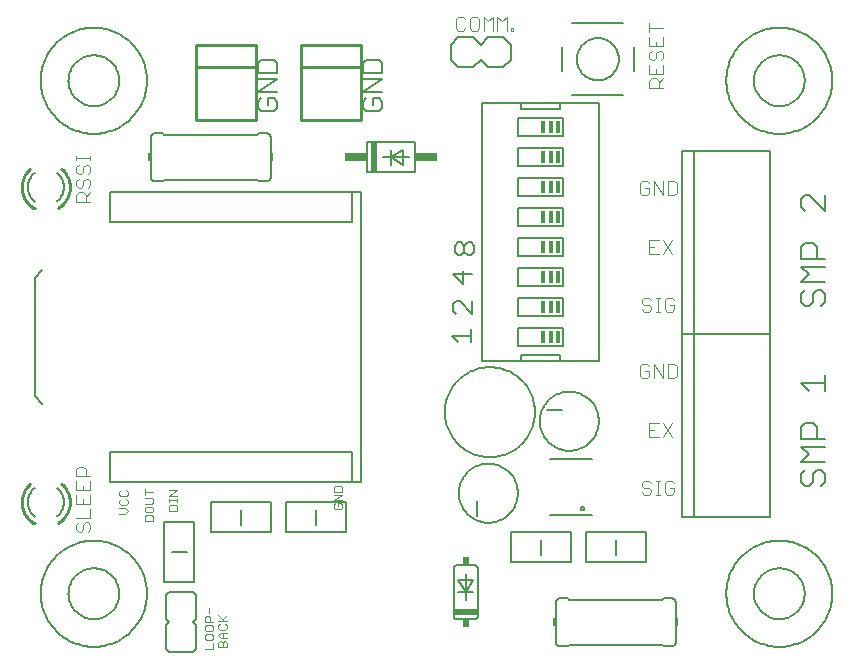
<source format=gto>
G75*
G70*
%OFA0B0*%
%FSLAX24Y24*%
%IPPOS*%
%LPD*%
%AMOC8*
5,1,8,0,0,1.08239X$1,22.5*
%
%ADD10C,0.0060*%
%ADD11C,0.0040*%
%ADD12C,0.0030*%
%ADD13C,0.0070*%
%ADD14C,0.0080*%
%ADD15R,0.0800X0.0200*%
%ADD16R,0.0200X0.0250*%
%ADD17C,0.0100*%
%ADD18R,0.0110X0.0300*%
%ADD19R,0.0200X0.1000*%
%ADD20R,0.0750X0.0300*%
%ADD21C,0.0050*%
%ADD22R,0.0150X0.0400*%
D10*
X001855Y002551D02*
X001857Y002609D01*
X001863Y002666D01*
X001873Y002723D01*
X001886Y002779D01*
X001904Y002834D01*
X001925Y002888D01*
X001950Y002940D01*
X001978Y002991D01*
X002010Y003039D01*
X002045Y003085D01*
X002083Y003128D01*
X002124Y003169D01*
X002167Y003207D01*
X002213Y003242D01*
X002261Y003274D01*
X002312Y003302D01*
X002364Y003327D01*
X002418Y003348D01*
X002473Y003366D01*
X002529Y003379D01*
X002586Y003389D01*
X002643Y003395D01*
X002701Y003397D01*
X002759Y003395D01*
X002816Y003389D01*
X002873Y003379D01*
X002929Y003366D01*
X002984Y003348D01*
X003038Y003327D01*
X003090Y003302D01*
X003141Y003274D01*
X003189Y003242D01*
X003235Y003207D01*
X003278Y003169D01*
X003319Y003128D01*
X003357Y003085D01*
X003392Y003039D01*
X003424Y002991D01*
X003452Y002940D01*
X003477Y002888D01*
X003498Y002834D01*
X003516Y002779D01*
X003529Y002723D01*
X003539Y002666D01*
X003545Y002609D01*
X003547Y002551D01*
X003545Y002493D01*
X003539Y002436D01*
X003529Y002379D01*
X003516Y002323D01*
X003498Y002268D01*
X003477Y002214D01*
X003452Y002162D01*
X003424Y002111D01*
X003392Y002063D01*
X003357Y002017D01*
X003319Y001974D01*
X003278Y001933D01*
X003235Y001895D01*
X003189Y001860D01*
X003141Y001828D01*
X003090Y001800D01*
X003038Y001775D01*
X002984Y001754D01*
X002929Y001736D01*
X002873Y001723D01*
X002816Y001713D01*
X002759Y001707D01*
X002701Y001705D01*
X002643Y001707D01*
X002586Y001713D01*
X002529Y001723D01*
X002473Y001736D01*
X002418Y001754D01*
X002364Y001775D01*
X002312Y001800D01*
X002261Y001828D01*
X002213Y001860D01*
X002167Y001895D01*
X002124Y001933D01*
X002083Y001974D01*
X002045Y002017D01*
X002010Y002063D01*
X001978Y002111D01*
X001950Y002162D01*
X001925Y002214D01*
X001904Y002268D01*
X001886Y002323D01*
X001873Y002379D01*
X001863Y002436D01*
X001857Y002493D01*
X001855Y002551D01*
X000931Y002551D02*
X000933Y002638D01*
X000940Y002724D01*
X000950Y002811D01*
X000965Y002896D01*
X000984Y002981D01*
X001007Y003065D01*
X001034Y003147D01*
X001066Y003228D01*
X001101Y003308D01*
X001140Y003385D01*
X001183Y003461D01*
X001229Y003534D01*
X001279Y003605D01*
X001333Y003674D01*
X001390Y003740D01*
X001449Y003803D01*
X001512Y003862D01*
X001578Y003919D01*
X001647Y003973D01*
X001718Y004023D01*
X001791Y004069D01*
X001867Y004112D01*
X001944Y004151D01*
X002024Y004186D01*
X002105Y004218D01*
X002187Y004245D01*
X002271Y004268D01*
X002356Y004287D01*
X002441Y004302D01*
X002528Y004312D01*
X002614Y004319D01*
X002701Y004321D01*
X002788Y004319D01*
X002874Y004312D01*
X002961Y004302D01*
X003046Y004287D01*
X003131Y004268D01*
X003215Y004245D01*
X003297Y004218D01*
X003378Y004186D01*
X003458Y004151D01*
X003535Y004112D01*
X003611Y004069D01*
X003684Y004023D01*
X003755Y003973D01*
X003824Y003919D01*
X003890Y003862D01*
X003953Y003803D01*
X004012Y003740D01*
X004069Y003674D01*
X004123Y003605D01*
X004173Y003534D01*
X004219Y003461D01*
X004262Y003385D01*
X004301Y003308D01*
X004336Y003228D01*
X004368Y003147D01*
X004395Y003065D01*
X004418Y002981D01*
X004437Y002896D01*
X004452Y002811D01*
X004462Y002724D01*
X004469Y002638D01*
X004471Y002551D01*
X004469Y002464D01*
X004462Y002378D01*
X004452Y002291D01*
X004437Y002206D01*
X004418Y002121D01*
X004395Y002037D01*
X004368Y001955D01*
X004336Y001874D01*
X004301Y001794D01*
X004262Y001717D01*
X004219Y001641D01*
X004173Y001568D01*
X004123Y001497D01*
X004069Y001428D01*
X004012Y001362D01*
X003953Y001299D01*
X003890Y001240D01*
X003824Y001183D01*
X003755Y001129D01*
X003684Y001079D01*
X003611Y001033D01*
X003535Y000990D01*
X003458Y000951D01*
X003378Y000916D01*
X003297Y000884D01*
X003215Y000857D01*
X003131Y000834D01*
X003046Y000815D01*
X002961Y000800D01*
X002874Y000790D01*
X002788Y000783D01*
X002701Y000781D01*
X002614Y000783D01*
X002528Y000790D01*
X002441Y000800D01*
X002356Y000815D01*
X002271Y000834D01*
X002187Y000857D01*
X002105Y000884D01*
X002024Y000916D01*
X001944Y000951D01*
X001867Y000990D01*
X001791Y001033D01*
X001718Y001079D01*
X001647Y001129D01*
X001578Y001183D01*
X001512Y001240D01*
X001449Y001299D01*
X001390Y001362D01*
X001333Y001428D01*
X001279Y001497D01*
X001229Y001568D01*
X001183Y001641D01*
X001140Y001717D01*
X001101Y001794D01*
X001066Y001874D01*
X001034Y001955D01*
X001007Y002037D01*
X000984Y002121D01*
X000965Y002206D01*
X000950Y002291D01*
X000940Y002378D01*
X000933Y002464D01*
X000931Y002551D01*
X001469Y005127D02*
X001504Y005157D01*
X001537Y005188D01*
X001567Y005223D01*
X001594Y005259D01*
X001618Y005297D01*
X001640Y005337D01*
X001658Y005379D01*
X001674Y005422D01*
X001686Y005466D01*
X001694Y005510D01*
X001699Y005556D01*
X001701Y005601D01*
X001699Y005646D01*
X001694Y005692D01*
X001686Y005736D01*
X001674Y005780D01*
X001658Y005823D01*
X001640Y005865D01*
X001618Y005905D01*
X001594Y005943D01*
X001567Y005979D01*
X001537Y006014D01*
X001504Y006045D01*
X001469Y006075D01*
X000501Y005601D02*
X000503Y005555D01*
X000508Y005509D01*
X000517Y005463D01*
X000529Y005418D01*
X000545Y005375D01*
X000564Y005333D01*
X000587Y005292D01*
X000612Y005253D01*
X000640Y005217D01*
X000671Y005182D01*
X000705Y005150D01*
X000741Y005121D01*
X000501Y005601D02*
X000503Y005648D01*
X000509Y005696D01*
X000518Y005742D01*
X000531Y005788D01*
X000547Y005832D01*
X000567Y005876D01*
X000591Y005917D01*
X000617Y005956D01*
X000647Y005993D01*
X000680Y006028D01*
X000715Y006060D01*
X000752Y006089D01*
X005101Y002501D02*
X005101Y001701D01*
X005201Y001601D01*
X005101Y001501D01*
X005101Y000701D01*
X005201Y000601D01*
X006001Y000601D01*
X006101Y000701D01*
X006101Y001501D01*
X006001Y001601D01*
X006101Y001701D01*
X006101Y002501D01*
X006001Y002601D01*
X005201Y002601D01*
X005101Y002501D01*
X014701Y001801D02*
X014701Y003401D01*
X014703Y003418D01*
X014707Y003435D01*
X014714Y003451D01*
X014724Y003465D01*
X014737Y003478D01*
X014751Y003488D01*
X014767Y003495D01*
X014784Y003499D01*
X014801Y003501D01*
X015401Y003501D01*
X015418Y003499D01*
X015435Y003495D01*
X015451Y003488D01*
X015465Y003478D01*
X015478Y003465D01*
X015488Y003451D01*
X015495Y003435D01*
X015499Y003418D01*
X015501Y003401D01*
X015501Y001801D01*
X015499Y001784D01*
X015495Y001767D01*
X015488Y001751D01*
X015478Y001737D01*
X015465Y001724D01*
X015451Y001714D01*
X015435Y001707D01*
X015418Y001703D01*
X015401Y001701D01*
X014801Y001701D01*
X014784Y001703D01*
X014767Y001707D01*
X014751Y001714D01*
X014737Y001724D01*
X014724Y001737D01*
X014714Y001751D01*
X014707Y001767D01*
X014703Y001784D01*
X014701Y001801D01*
X015101Y002351D02*
X015101Y002601D01*
X015351Y002601D01*
X015101Y002601D02*
X014851Y002601D01*
X015101Y002601D02*
X014851Y003001D01*
X015351Y003001D01*
X015101Y002601D01*
X015101Y003201D01*
X018101Y002251D02*
X018101Y000951D01*
X018103Y000928D01*
X018108Y000905D01*
X018117Y000883D01*
X018130Y000863D01*
X018145Y000845D01*
X018163Y000830D01*
X018183Y000817D01*
X018205Y000808D01*
X018228Y000803D01*
X018251Y000801D01*
X018501Y000801D01*
X018551Y000851D01*
X021651Y000851D01*
X021701Y000801D01*
X021951Y000801D01*
X021974Y000803D01*
X021997Y000808D01*
X022019Y000817D01*
X022039Y000830D01*
X022057Y000845D01*
X022072Y000863D01*
X022085Y000883D01*
X022094Y000905D01*
X022099Y000928D01*
X022101Y000951D01*
X022101Y002251D01*
X022099Y002274D01*
X022094Y002297D01*
X022085Y002319D01*
X022072Y002339D01*
X022057Y002357D01*
X022039Y002372D01*
X022019Y002385D01*
X021997Y002394D01*
X021974Y002399D01*
X021951Y002401D01*
X021701Y002401D01*
X021651Y002351D01*
X018551Y002351D01*
X018501Y002401D01*
X018251Y002401D01*
X018228Y002399D01*
X018205Y002394D01*
X018183Y002385D01*
X018163Y002372D01*
X018145Y002357D01*
X018130Y002339D01*
X018117Y002319D01*
X018108Y002297D01*
X018103Y002274D01*
X018101Y002251D01*
X017891Y005171D02*
X019311Y005171D01*
X019311Y007031D02*
X017891Y007031D01*
X015271Y010931D02*
X015271Y011358D01*
X015271Y011144D02*
X014630Y011144D01*
X014844Y010931D01*
X014787Y011881D02*
X014680Y011988D01*
X014680Y012201D01*
X014787Y012308D01*
X014894Y012308D01*
X015321Y011881D01*
X015321Y012308D01*
X015001Y012881D02*
X015001Y013308D01*
X015321Y013201D02*
X014680Y013201D01*
X015001Y012881D01*
X014944Y013831D02*
X014837Y013831D01*
X014730Y013938D01*
X014730Y014151D01*
X014837Y014258D01*
X014944Y014258D01*
X015051Y014151D01*
X015051Y013938D01*
X014944Y013831D01*
X015051Y013938D02*
X015157Y013831D01*
X015264Y013831D01*
X015371Y013938D01*
X015371Y014151D01*
X015264Y014258D01*
X015157Y014258D01*
X015051Y014151D01*
X013401Y016601D02*
X013401Y017601D01*
X011801Y017601D01*
X011801Y016601D01*
X013401Y016601D01*
X013001Y016851D02*
X012601Y017101D01*
X012601Y016851D01*
X012601Y017101D02*
X012351Y017101D01*
X012601Y017101D02*
X012601Y017351D01*
X012601Y017101D02*
X013001Y017351D01*
X013001Y016851D01*
X013201Y017101D02*
X012601Y017101D01*
X012214Y018631D02*
X011787Y018631D01*
X011680Y018738D01*
X011680Y018951D01*
X011787Y019058D01*
X012001Y019058D02*
X012001Y018844D01*
X012001Y019058D02*
X012214Y019058D01*
X012321Y018951D01*
X012321Y018738D01*
X012214Y018631D01*
X012321Y019275D02*
X011680Y019275D01*
X012321Y019702D01*
X011680Y019702D01*
X011680Y019920D02*
X011680Y020240D01*
X011787Y020347D01*
X012214Y020347D01*
X012321Y020240D01*
X012321Y019920D01*
X011680Y019920D01*
X008821Y019920D02*
X008821Y020240D01*
X008714Y020347D01*
X008287Y020347D01*
X008180Y020240D01*
X008180Y019920D01*
X008821Y019920D01*
X008821Y019702D02*
X008180Y019702D01*
X008180Y019275D02*
X008821Y019702D01*
X008821Y019275D02*
X008180Y019275D01*
X008287Y019058D02*
X008180Y018951D01*
X008180Y018738D01*
X008287Y018631D01*
X008714Y018631D01*
X008821Y018738D01*
X008821Y018951D01*
X008714Y019058D01*
X008501Y019058D01*
X008501Y018844D01*
X008451Y017901D02*
X008201Y017901D01*
X008151Y017851D01*
X005051Y017851D01*
X005001Y017901D01*
X004751Y017901D01*
X004728Y017899D01*
X004705Y017894D01*
X004683Y017885D01*
X004663Y017872D01*
X004645Y017857D01*
X004630Y017839D01*
X004617Y017819D01*
X004608Y017797D01*
X004603Y017774D01*
X004601Y017751D01*
X004601Y016451D01*
X004603Y016428D01*
X004608Y016405D01*
X004617Y016383D01*
X004630Y016363D01*
X004645Y016345D01*
X004663Y016330D01*
X004683Y016317D01*
X004705Y016308D01*
X004728Y016303D01*
X004751Y016301D01*
X005001Y016301D01*
X005051Y016351D01*
X008151Y016351D01*
X008201Y016301D01*
X008451Y016301D01*
X008474Y016303D01*
X008497Y016308D01*
X008519Y016317D01*
X008539Y016330D01*
X008557Y016345D01*
X008572Y016363D01*
X008585Y016383D01*
X008594Y016405D01*
X008599Y016428D01*
X008601Y016451D01*
X008601Y017751D01*
X008599Y017774D01*
X008594Y017797D01*
X008585Y017819D01*
X008572Y017839D01*
X008557Y017857D01*
X008539Y017872D01*
X008519Y017885D01*
X008497Y017894D01*
X008474Y017899D01*
X008451Y017901D01*
X001855Y019651D02*
X001857Y019709D01*
X001863Y019766D01*
X001873Y019823D01*
X001886Y019879D01*
X001904Y019934D01*
X001925Y019988D01*
X001950Y020040D01*
X001978Y020091D01*
X002010Y020139D01*
X002045Y020185D01*
X002083Y020228D01*
X002124Y020269D01*
X002167Y020307D01*
X002213Y020342D01*
X002261Y020374D01*
X002312Y020402D01*
X002364Y020427D01*
X002418Y020448D01*
X002473Y020466D01*
X002529Y020479D01*
X002586Y020489D01*
X002643Y020495D01*
X002701Y020497D01*
X002759Y020495D01*
X002816Y020489D01*
X002873Y020479D01*
X002929Y020466D01*
X002984Y020448D01*
X003038Y020427D01*
X003090Y020402D01*
X003141Y020374D01*
X003189Y020342D01*
X003235Y020307D01*
X003278Y020269D01*
X003319Y020228D01*
X003357Y020185D01*
X003392Y020139D01*
X003424Y020091D01*
X003452Y020040D01*
X003477Y019988D01*
X003498Y019934D01*
X003516Y019879D01*
X003529Y019823D01*
X003539Y019766D01*
X003545Y019709D01*
X003547Y019651D01*
X003545Y019593D01*
X003539Y019536D01*
X003529Y019479D01*
X003516Y019423D01*
X003498Y019368D01*
X003477Y019314D01*
X003452Y019262D01*
X003424Y019211D01*
X003392Y019163D01*
X003357Y019117D01*
X003319Y019074D01*
X003278Y019033D01*
X003235Y018995D01*
X003189Y018960D01*
X003141Y018928D01*
X003090Y018900D01*
X003038Y018875D01*
X002984Y018854D01*
X002929Y018836D01*
X002873Y018823D01*
X002816Y018813D01*
X002759Y018807D01*
X002701Y018805D01*
X002643Y018807D01*
X002586Y018813D01*
X002529Y018823D01*
X002473Y018836D01*
X002418Y018854D01*
X002364Y018875D01*
X002312Y018900D01*
X002261Y018928D01*
X002213Y018960D01*
X002167Y018995D01*
X002124Y019033D01*
X002083Y019074D01*
X002045Y019117D01*
X002010Y019163D01*
X001978Y019211D01*
X001950Y019262D01*
X001925Y019314D01*
X001904Y019368D01*
X001886Y019423D01*
X001873Y019479D01*
X001863Y019536D01*
X001857Y019593D01*
X001855Y019651D01*
X000931Y019651D02*
X000933Y019738D01*
X000940Y019824D01*
X000950Y019911D01*
X000965Y019996D01*
X000984Y020081D01*
X001007Y020165D01*
X001034Y020247D01*
X001066Y020328D01*
X001101Y020408D01*
X001140Y020485D01*
X001183Y020561D01*
X001229Y020634D01*
X001279Y020705D01*
X001333Y020774D01*
X001390Y020840D01*
X001449Y020903D01*
X001512Y020962D01*
X001578Y021019D01*
X001647Y021073D01*
X001718Y021123D01*
X001791Y021169D01*
X001867Y021212D01*
X001944Y021251D01*
X002024Y021286D01*
X002105Y021318D01*
X002187Y021345D01*
X002271Y021368D01*
X002356Y021387D01*
X002441Y021402D01*
X002528Y021412D01*
X002614Y021419D01*
X002701Y021421D01*
X002788Y021419D01*
X002874Y021412D01*
X002961Y021402D01*
X003046Y021387D01*
X003131Y021368D01*
X003215Y021345D01*
X003297Y021318D01*
X003378Y021286D01*
X003458Y021251D01*
X003535Y021212D01*
X003611Y021169D01*
X003684Y021123D01*
X003755Y021073D01*
X003824Y021019D01*
X003890Y020962D01*
X003953Y020903D01*
X004012Y020840D01*
X004069Y020774D01*
X004123Y020705D01*
X004173Y020634D01*
X004219Y020561D01*
X004262Y020485D01*
X004301Y020408D01*
X004336Y020328D01*
X004368Y020247D01*
X004395Y020165D01*
X004418Y020081D01*
X004437Y019996D01*
X004452Y019911D01*
X004462Y019824D01*
X004469Y019738D01*
X004471Y019651D01*
X004469Y019564D01*
X004462Y019478D01*
X004452Y019391D01*
X004437Y019306D01*
X004418Y019221D01*
X004395Y019137D01*
X004368Y019055D01*
X004336Y018974D01*
X004301Y018894D01*
X004262Y018817D01*
X004219Y018741D01*
X004173Y018668D01*
X004123Y018597D01*
X004069Y018528D01*
X004012Y018462D01*
X003953Y018399D01*
X003890Y018340D01*
X003824Y018283D01*
X003755Y018229D01*
X003684Y018179D01*
X003611Y018133D01*
X003535Y018090D01*
X003458Y018051D01*
X003378Y018016D01*
X003297Y017984D01*
X003215Y017957D01*
X003131Y017934D01*
X003046Y017915D01*
X002961Y017900D01*
X002874Y017890D01*
X002788Y017883D01*
X002701Y017881D01*
X002614Y017883D01*
X002528Y017890D01*
X002441Y017900D01*
X002356Y017915D01*
X002271Y017934D01*
X002187Y017957D01*
X002105Y017984D01*
X002024Y018016D01*
X001944Y018051D01*
X001867Y018090D01*
X001791Y018133D01*
X001718Y018179D01*
X001647Y018229D01*
X001578Y018283D01*
X001512Y018340D01*
X001449Y018399D01*
X001390Y018462D01*
X001333Y018528D01*
X001279Y018597D01*
X001229Y018668D01*
X001183Y018741D01*
X001140Y018817D01*
X001101Y018894D01*
X001066Y018974D01*
X001034Y019055D01*
X001007Y019137D01*
X000984Y019221D01*
X000965Y019306D01*
X000950Y019391D01*
X000940Y019478D01*
X000933Y019564D01*
X000931Y019651D01*
X001701Y016101D02*
X001699Y016056D01*
X001694Y016010D01*
X001686Y015966D01*
X001674Y015922D01*
X001658Y015879D01*
X001640Y015837D01*
X001618Y015797D01*
X001594Y015759D01*
X001567Y015723D01*
X001537Y015688D01*
X001504Y015657D01*
X001469Y015627D01*
X001701Y016101D02*
X001699Y016146D01*
X001694Y016192D01*
X001686Y016236D01*
X001674Y016280D01*
X001658Y016323D01*
X001640Y016365D01*
X001618Y016405D01*
X001594Y016443D01*
X001567Y016479D01*
X001537Y016514D01*
X001504Y016545D01*
X001469Y016575D01*
X000501Y016101D02*
X000503Y016055D01*
X000508Y016009D01*
X000517Y015963D01*
X000529Y015918D01*
X000545Y015875D01*
X000564Y015833D01*
X000587Y015792D01*
X000612Y015753D01*
X000640Y015717D01*
X000671Y015682D01*
X000705Y015650D01*
X000741Y015621D01*
X000501Y016101D02*
X000503Y016148D01*
X000509Y016196D01*
X000518Y016242D01*
X000531Y016288D01*
X000547Y016332D01*
X000567Y016376D01*
X000591Y016417D01*
X000617Y016456D01*
X000647Y016493D01*
X000680Y016528D01*
X000715Y016560D01*
X000752Y016589D01*
X024705Y019651D02*
X024707Y019709D01*
X024713Y019766D01*
X024723Y019823D01*
X024736Y019879D01*
X024754Y019934D01*
X024775Y019988D01*
X024800Y020040D01*
X024828Y020091D01*
X024860Y020139D01*
X024895Y020185D01*
X024933Y020228D01*
X024974Y020269D01*
X025017Y020307D01*
X025063Y020342D01*
X025111Y020374D01*
X025162Y020402D01*
X025214Y020427D01*
X025268Y020448D01*
X025323Y020466D01*
X025379Y020479D01*
X025436Y020489D01*
X025493Y020495D01*
X025551Y020497D01*
X025609Y020495D01*
X025666Y020489D01*
X025723Y020479D01*
X025779Y020466D01*
X025834Y020448D01*
X025888Y020427D01*
X025940Y020402D01*
X025991Y020374D01*
X026039Y020342D01*
X026085Y020307D01*
X026128Y020269D01*
X026169Y020228D01*
X026207Y020185D01*
X026242Y020139D01*
X026274Y020091D01*
X026302Y020040D01*
X026327Y019988D01*
X026348Y019934D01*
X026366Y019879D01*
X026379Y019823D01*
X026389Y019766D01*
X026395Y019709D01*
X026397Y019651D01*
X026395Y019593D01*
X026389Y019536D01*
X026379Y019479D01*
X026366Y019423D01*
X026348Y019368D01*
X026327Y019314D01*
X026302Y019262D01*
X026274Y019211D01*
X026242Y019163D01*
X026207Y019117D01*
X026169Y019074D01*
X026128Y019033D01*
X026085Y018995D01*
X026039Y018960D01*
X025991Y018928D01*
X025940Y018900D01*
X025888Y018875D01*
X025834Y018854D01*
X025779Y018836D01*
X025723Y018823D01*
X025666Y018813D01*
X025609Y018807D01*
X025551Y018805D01*
X025493Y018807D01*
X025436Y018813D01*
X025379Y018823D01*
X025323Y018836D01*
X025268Y018854D01*
X025214Y018875D01*
X025162Y018900D01*
X025111Y018928D01*
X025063Y018960D01*
X025017Y018995D01*
X024974Y019033D01*
X024933Y019074D01*
X024895Y019117D01*
X024860Y019163D01*
X024828Y019211D01*
X024800Y019262D01*
X024775Y019314D01*
X024754Y019368D01*
X024736Y019423D01*
X024723Y019479D01*
X024713Y019536D01*
X024707Y019593D01*
X024705Y019651D01*
X023781Y019651D02*
X023783Y019738D01*
X023790Y019824D01*
X023800Y019911D01*
X023815Y019996D01*
X023834Y020081D01*
X023857Y020165D01*
X023884Y020247D01*
X023916Y020328D01*
X023951Y020408D01*
X023990Y020485D01*
X024033Y020561D01*
X024079Y020634D01*
X024129Y020705D01*
X024183Y020774D01*
X024240Y020840D01*
X024299Y020903D01*
X024362Y020962D01*
X024428Y021019D01*
X024497Y021073D01*
X024568Y021123D01*
X024641Y021169D01*
X024717Y021212D01*
X024794Y021251D01*
X024874Y021286D01*
X024955Y021318D01*
X025037Y021345D01*
X025121Y021368D01*
X025206Y021387D01*
X025291Y021402D01*
X025378Y021412D01*
X025464Y021419D01*
X025551Y021421D01*
X025638Y021419D01*
X025724Y021412D01*
X025811Y021402D01*
X025896Y021387D01*
X025981Y021368D01*
X026065Y021345D01*
X026147Y021318D01*
X026228Y021286D01*
X026308Y021251D01*
X026385Y021212D01*
X026461Y021169D01*
X026534Y021123D01*
X026605Y021073D01*
X026674Y021019D01*
X026740Y020962D01*
X026803Y020903D01*
X026862Y020840D01*
X026919Y020774D01*
X026973Y020705D01*
X027023Y020634D01*
X027069Y020561D01*
X027112Y020485D01*
X027151Y020408D01*
X027186Y020328D01*
X027218Y020247D01*
X027245Y020165D01*
X027268Y020081D01*
X027287Y019996D01*
X027302Y019911D01*
X027312Y019824D01*
X027319Y019738D01*
X027321Y019651D01*
X027319Y019564D01*
X027312Y019478D01*
X027302Y019391D01*
X027287Y019306D01*
X027268Y019221D01*
X027245Y019137D01*
X027218Y019055D01*
X027186Y018974D01*
X027151Y018894D01*
X027112Y018817D01*
X027069Y018741D01*
X027023Y018668D01*
X026973Y018597D01*
X026919Y018528D01*
X026862Y018462D01*
X026803Y018399D01*
X026740Y018340D01*
X026674Y018283D01*
X026605Y018229D01*
X026534Y018179D01*
X026461Y018133D01*
X026385Y018090D01*
X026308Y018051D01*
X026228Y018016D01*
X026147Y017984D01*
X026065Y017957D01*
X025981Y017934D01*
X025896Y017915D01*
X025811Y017900D01*
X025724Y017890D01*
X025638Y017883D01*
X025551Y017881D01*
X025464Y017883D01*
X025378Y017890D01*
X025291Y017900D01*
X025206Y017915D01*
X025121Y017934D01*
X025037Y017957D01*
X024955Y017984D01*
X024874Y018016D01*
X024794Y018051D01*
X024717Y018090D01*
X024641Y018133D01*
X024568Y018179D01*
X024497Y018229D01*
X024428Y018283D01*
X024362Y018340D01*
X024299Y018399D01*
X024240Y018462D01*
X024183Y018528D01*
X024129Y018597D01*
X024079Y018668D01*
X024033Y018741D01*
X023990Y018817D01*
X023951Y018894D01*
X023916Y018974D01*
X023884Y019055D01*
X023857Y019137D01*
X023834Y019221D01*
X023815Y019306D01*
X023800Y019391D01*
X023790Y019478D01*
X023783Y019564D01*
X023781Y019651D01*
X024705Y002551D02*
X024707Y002609D01*
X024713Y002666D01*
X024723Y002723D01*
X024736Y002779D01*
X024754Y002834D01*
X024775Y002888D01*
X024800Y002940D01*
X024828Y002991D01*
X024860Y003039D01*
X024895Y003085D01*
X024933Y003128D01*
X024974Y003169D01*
X025017Y003207D01*
X025063Y003242D01*
X025111Y003274D01*
X025162Y003302D01*
X025214Y003327D01*
X025268Y003348D01*
X025323Y003366D01*
X025379Y003379D01*
X025436Y003389D01*
X025493Y003395D01*
X025551Y003397D01*
X025609Y003395D01*
X025666Y003389D01*
X025723Y003379D01*
X025779Y003366D01*
X025834Y003348D01*
X025888Y003327D01*
X025940Y003302D01*
X025991Y003274D01*
X026039Y003242D01*
X026085Y003207D01*
X026128Y003169D01*
X026169Y003128D01*
X026207Y003085D01*
X026242Y003039D01*
X026274Y002991D01*
X026302Y002940D01*
X026327Y002888D01*
X026348Y002834D01*
X026366Y002779D01*
X026379Y002723D01*
X026389Y002666D01*
X026395Y002609D01*
X026397Y002551D01*
X026395Y002493D01*
X026389Y002436D01*
X026379Y002379D01*
X026366Y002323D01*
X026348Y002268D01*
X026327Y002214D01*
X026302Y002162D01*
X026274Y002111D01*
X026242Y002063D01*
X026207Y002017D01*
X026169Y001974D01*
X026128Y001933D01*
X026085Y001895D01*
X026039Y001860D01*
X025991Y001828D01*
X025940Y001800D01*
X025888Y001775D01*
X025834Y001754D01*
X025779Y001736D01*
X025723Y001723D01*
X025666Y001713D01*
X025609Y001707D01*
X025551Y001705D01*
X025493Y001707D01*
X025436Y001713D01*
X025379Y001723D01*
X025323Y001736D01*
X025268Y001754D01*
X025214Y001775D01*
X025162Y001800D01*
X025111Y001828D01*
X025063Y001860D01*
X025017Y001895D01*
X024974Y001933D01*
X024933Y001974D01*
X024895Y002017D01*
X024860Y002063D01*
X024828Y002111D01*
X024800Y002162D01*
X024775Y002214D01*
X024754Y002268D01*
X024736Y002323D01*
X024723Y002379D01*
X024713Y002436D01*
X024707Y002493D01*
X024705Y002551D01*
X023781Y002551D02*
X023783Y002638D01*
X023790Y002724D01*
X023800Y002811D01*
X023815Y002896D01*
X023834Y002981D01*
X023857Y003065D01*
X023884Y003147D01*
X023916Y003228D01*
X023951Y003308D01*
X023990Y003385D01*
X024033Y003461D01*
X024079Y003534D01*
X024129Y003605D01*
X024183Y003674D01*
X024240Y003740D01*
X024299Y003803D01*
X024362Y003862D01*
X024428Y003919D01*
X024497Y003973D01*
X024568Y004023D01*
X024641Y004069D01*
X024717Y004112D01*
X024794Y004151D01*
X024874Y004186D01*
X024955Y004218D01*
X025037Y004245D01*
X025121Y004268D01*
X025206Y004287D01*
X025291Y004302D01*
X025378Y004312D01*
X025464Y004319D01*
X025551Y004321D01*
X025638Y004319D01*
X025724Y004312D01*
X025811Y004302D01*
X025896Y004287D01*
X025981Y004268D01*
X026065Y004245D01*
X026147Y004218D01*
X026228Y004186D01*
X026308Y004151D01*
X026385Y004112D01*
X026461Y004069D01*
X026534Y004023D01*
X026605Y003973D01*
X026674Y003919D01*
X026740Y003862D01*
X026803Y003803D01*
X026862Y003740D01*
X026919Y003674D01*
X026973Y003605D01*
X027023Y003534D01*
X027069Y003461D01*
X027112Y003385D01*
X027151Y003308D01*
X027186Y003228D01*
X027218Y003147D01*
X027245Y003065D01*
X027268Y002981D01*
X027287Y002896D01*
X027302Y002811D01*
X027312Y002724D01*
X027319Y002638D01*
X027321Y002551D01*
X027319Y002464D01*
X027312Y002378D01*
X027302Y002291D01*
X027287Y002206D01*
X027268Y002121D01*
X027245Y002037D01*
X027218Y001955D01*
X027186Y001874D01*
X027151Y001794D01*
X027112Y001717D01*
X027069Y001641D01*
X027023Y001568D01*
X026973Y001497D01*
X026919Y001428D01*
X026862Y001362D01*
X026803Y001299D01*
X026740Y001240D01*
X026674Y001183D01*
X026605Y001129D01*
X026534Y001079D01*
X026461Y001033D01*
X026385Y000990D01*
X026308Y000951D01*
X026228Y000916D01*
X026147Y000884D01*
X026065Y000857D01*
X025981Y000834D01*
X025896Y000815D01*
X025811Y000800D01*
X025724Y000790D01*
X025638Y000783D01*
X025551Y000781D01*
X025464Y000783D01*
X025378Y000790D01*
X025291Y000800D01*
X025206Y000815D01*
X025121Y000834D01*
X025037Y000857D01*
X024955Y000884D01*
X024874Y000916D01*
X024794Y000951D01*
X024717Y000990D01*
X024641Y001033D01*
X024568Y001079D01*
X024497Y001129D01*
X024428Y001183D01*
X024362Y001240D01*
X024299Y001299D01*
X024240Y001362D01*
X024183Y001428D01*
X024129Y001497D01*
X024079Y001568D01*
X024033Y001641D01*
X023990Y001717D01*
X023951Y001794D01*
X023916Y001874D01*
X023884Y001955D01*
X023857Y002037D01*
X023834Y002121D01*
X023815Y002206D01*
X023800Y002291D01*
X023790Y002378D01*
X023783Y002464D01*
X023781Y002551D01*
D11*
X021971Y005848D02*
X022047Y005924D01*
X022047Y006078D01*
X021894Y006078D01*
X022047Y006231D02*
X021971Y006308D01*
X021817Y006308D01*
X021740Y006231D01*
X021740Y005924D01*
X021817Y005848D01*
X021971Y005848D01*
X021587Y005848D02*
X021434Y005848D01*
X021510Y005848D02*
X021510Y006308D01*
X021434Y006308D02*
X021587Y006308D01*
X021280Y006231D02*
X021203Y006308D01*
X021050Y006308D01*
X020973Y006231D01*
X020973Y006154D01*
X021050Y006078D01*
X021203Y006078D01*
X021280Y006001D01*
X021280Y005924D01*
X021203Y005848D01*
X021050Y005848D01*
X020973Y005924D01*
X021221Y007777D02*
X021528Y007777D01*
X021682Y007777D02*
X021988Y008237D01*
X021682Y008237D02*
X021988Y007777D01*
X021528Y008237D02*
X021221Y008237D01*
X021221Y007777D01*
X021221Y008007D02*
X021375Y008007D01*
X021365Y009745D02*
X021365Y010206D01*
X021671Y009745D01*
X021671Y010206D01*
X021825Y010206D02*
X022055Y010206D01*
X022132Y010129D01*
X022132Y009822D01*
X022055Y009745D01*
X021825Y009745D01*
X021825Y010206D01*
X021211Y010129D02*
X021134Y010206D01*
X020981Y010206D01*
X020904Y010129D01*
X020904Y009822D01*
X020981Y009745D01*
X021134Y009745D01*
X021211Y009822D01*
X021211Y009975D01*
X021058Y009975D01*
X021050Y011948D02*
X020973Y012024D01*
X021050Y011948D02*
X021203Y011948D01*
X021280Y012024D01*
X021280Y012101D01*
X021203Y012178D01*
X021050Y012178D01*
X020973Y012254D01*
X020973Y012331D01*
X021050Y012408D01*
X021203Y012408D01*
X021280Y012331D01*
X021434Y012408D02*
X021587Y012408D01*
X021510Y012408D02*
X021510Y011948D01*
X021434Y011948D02*
X021587Y011948D01*
X021740Y012024D02*
X021817Y011948D01*
X021971Y011948D01*
X022047Y012024D01*
X022047Y012178D01*
X021894Y012178D01*
X022047Y012331D02*
X021971Y012408D01*
X021817Y012408D01*
X021740Y012331D01*
X021740Y012024D01*
X021682Y013877D02*
X021988Y014337D01*
X021682Y014337D02*
X021988Y013877D01*
X021528Y013877D02*
X021221Y013877D01*
X021221Y014337D01*
X021528Y014337D01*
X021375Y014107D02*
X021221Y014107D01*
X021134Y015845D02*
X021211Y015922D01*
X021211Y016075D01*
X021058Y016075D01*
X020904Y016229D02*
X020904Y015922D01*
X020981Y015845D01*
X021134Y015845D01*
X021365Y015845D02*
X021365Y016306D01*
X021671Y015845D01*
X021671Y016306D01*
X021825Y016306D02*
X022055Y016306D01*
X022132Y016229D01*
X022132Y015922D01*
X022055Y015845D01*
X021825Y015845D01*
X021825Y016306D01*
X021211Y016229D02*
X021134Y016306D01*
X020981Y016306D01*
X020904Y016229D01*
X021220Y019421D02*
X021220Y019651D01*
X021297Y019728D01*
X021451Y019728D01*
X021527Y019651D01*
X021527Y019421D01*
X021527Y019574D02*
X021681Y019728D01*
X021681Y019881D02*
X021681Y020188D01*
X021604Y020341D02*
X021681Y020418D01*
X021681Y020572D01*
X021604Y020648D01*
X021527Y020648D01*
X021451Y020572D01*
X021451Y020418D01*
X021374Y020341D01*
X021297Y020341D01*
X021220Y020418D01*
X021220Y020572D01*
X021297Y020648D01*
X021220Y020802D02*
X021681Y020802D01*
X021681Y021109D01*
X021451Y020955D02*
X021451Y020802D01*
X021220Y020802D02*
X021220Y021109D01*
X021220Y021262D02*
X021220Y021569D01*
X021220Y021416D02*
X021681Y021416D01*
X021220Y020188D02*
X021220Y019881D01*
X021681Y019881D01*
X021451Y019881D02*
X021451Y020035D01*
X021681Y019421D02*
X021220Y019421D01*
X016689Y021321D02*
X016612Y021321D01*
X016612Y021397D01*
X016689Y021397D01*
X016689Y021321D01*
X016459Y021321D02*
X016459Y021781D01*
X016305Y021628D01*
X016152Y021781D01*
X016152Y021321D01*
X015998Y021321D02*
X015998Y021781D01*
X015845Y021628D01*
X015691Y021781D01*
X015691Y021321D01*
X015538Y021397D02*
X015538Y021704D01*
X015461Y021781D01*
X015308Y021781D01*
X015231Y021704D01*
X015231Y021397D01*
X015308Y021321D01*
X015461Y021321D01*
X015538Y021397D01*
X015078Y021397D02*
X015001Y021321D01*
X014847Y021321D01*
X014771Y021397D01*
X014771Y021704D01*
X014847Y021781D01*
X015001Y021781D01*
X015078Y021704D01*
X002581Y017155D02*
X002581Y017002D01*
X002581Y017079D02*
X002120Y017079D01*
X002120Y017155D02*
X002120Y017002D01*
X002197Y016848D02*
X002120Y016772D01*
X002120Y016618D01*
X002197Y016541D01*
X002274Y016541D01*
X002351Y016618D01*
X002351Y016772D01*
X002427Y016848D01*
X002504Y016848D01*
X002581Y016772D01*
X002581Y016618D01*
X002504Y016541D01*
X002504Y016388D02*
X002581Y016311D01*
X002581Y016158D01*
X002504Y016081D01*
X002581Y015928D02*
X002427Y015774D01*
X002427Y015851D02*
X002427Y015621D01*
X002581Y015621D02*
X002120Y015621D01*
X002120Y015851D01*
X002197Y015928D01*
X002351Y015928D01*
X002427Y015851D01*
X002274Y016081D02*
X002197Y016081D01*
X002120Y016158D01*
X002120Y016311D01*
X002197Y016388D01*
X002351Y016311D02*
X002427Y016388D01*
X002504Y016388D01*
X002351Y016311D02*
X002351Y016158D01*
X002274Y016081D01*
X002197Y006769D02*
X002351Y006769D01*
X002427Y006692D01*
X002427Y006462D01*
X002581Y006462D02*
X002120Y006462D01*
X002120Y006692D01*
X002197Y006769D01*
X002120Y006309D02*
X002120Y006002D01*
X002581Y006002D01*
X002581Y006309D01*
X002351Y006155D02*
X002351Y006002D01*
X002581Y005848D02*
X002581Y005541D01*
X002120Y005541D01*
X002120Y005848D01*
X002351Y005695D02*
X002351Y005541D01*
X002581Y005388D02*
X002581Y005081D01*
X002120Y005081D01*
X002197Y004928D02*
X002120Y004851D01*
X002120Y004697D01*
X002197Y004621D01*
X002274Y004621D01*
X002351Y004697D01*
X002351Y004851D01*
X002427Y004928D01*
X002504Y004928D01*
X002581Y004851D01*
X002581Y004697D01*
X002504Y004621D01*
D12*
X003546Y005216D02*
X003739Y005216D01*
X003836Y005313D01*
X003739Y005409D01*
X003546Y005409D01*
X003594Y005510D02*
X003787Y005510D01*
X003836Y005559D01*
X003836Y005656D01*
X003787Y005704D01*
X003787Y005805D02*
X003594Y005805D01*
X003546Y005853D01*
X003546Y005950D01*
X003594Y005999D01*
X003787Y005999D02*
X003836Y005950D01*
X003836Y005853D01*
X003787Y005805D01*
X003594Y005704D02*
X003546Y005656D01*
X003546Y005559D01*
X003594Y005510D01*
X004396Y005555D02*
X004637Y005555D01*
X004686Y005603D01*
X004686Y005700D01*
X004637Y005749D01*
X004396Y005749D01*
X004396Y005850D02*
X004396Y006043D01*
X004396Y005946D02*
X004686Y005946D01*
X004637Y005454D02*
X004444Y005454D01*
X004396Y005406D01*
X004396Y005309D01*
X004444Y005260D01*
X004637Y005260D01*
X004686Y005309D01*
X004686Y005406D01*
X004637Y005454D01*
X004637Y005159D02*
X004444Y005159D01*
X004396Y005111D01*
X004396Y004966D01*
X004686Y004966D01*
X004686Y005111D01*
X004637Y005159D01*
X005196Y005316D02*
X005196Y005461D01*
X005244Y005509D01*
X005437Y005509D01*
X005486Y005461D01*
X005486Y005316D01*
X005196Y005316D01*
X005196Y005610D02*
X005196Y005707D01*
X005196Y005659D02*
X005486Y005659D01*
X005486Y005707D02*
X005486Y005610D01*
X005486Y005807D02*
X005196Y005807D01*
X005486Y006000D01*
X005196Y006000D01*
X006541Y002088D02*
X006541Y001894D01*
X006541Y001793D02*
X006589Y001745D01*
X006589Y001600D01*
X006686Y001600D02*
X006396Y001600D01*
X006396Y001745D01*
X006444Y001793D01*
X006541Y001793D01*
X006846Y001843D02*
X007039Y001650D01*
X006991Y001698D02*
X007136Y001843D01*
X007136Y001650D02*
X006846Y001650D01*
X006894Y001549D02*
X006846Y001500D01*
X006846Y001403D01*
X006894Y001355D01*
X007087Y001355D01*
X007136Y001403D01*
X007136Y001500D01*
X007087Y001549D01*
X007136Y001254D02*
X006942Y001254D01*
X006846Y001157D01*
X006942Y001060D01*
X007136Y001060D01*
X007087Y000959D02*
X007136Y000911D01*
X007136Y000766D01*
X006846Y000766D01*
X006846Y000911D01*
X006894Y000959D01*
X006942Y000959D01*
X006991Y000911D01*
X006991Y000766D01*
X006991Y000911D02*
X007039Y000959D01*
X007087Y000959D01*
X006991Y001060D02*
X006991Y001254D01*
X006686Y001156D02*
X006686Y001059D01*
X006637Y001010D01*
X006444Y001010D01*
X006396Y001059D01*
X006396Y001156D01*
X006444Y001204D01*
X006637Y001204D01*
X006686Y001156D01*
X006637Y001305D02*
X006686Y001353D01*
X006686Y001450D01*
X006637Y001499D01*
X006444Y001499D01*
X006396Y001450D01*
X006396Y001353D01*
X006444Y001305D01*
X006637Y001305D01*
X006686Y000909D02*
X006686Y000716D01*
X006396Y000716D01*
X010744Y005366D02*
X010937Y005366D01*
X010986Y005414D01*
X010986Y005511D01*
X010937Y005559D01*
X010841Y005559D01*
X010841Y005463D01*
X010744Y005559D02*
X010696Y005511D01*
X010696Y005414D01*
X010744Y005366D01*
X010696Y005660D02*
X010986Y005854D01*
X010696Y005854D01*
X010696Y005955D02*
X010696Y006100D01*
X010744Y006149D01*
X010937Y006149D01*
X010986Y006100D01*
X010986Y005955D01*
X010696Y005955D01*
X010696Y005660D02*
X010986Y005660D01*
D13*
X026275Y006268D02*
X026407Y006136D01*
X026539Y006136D01*
X026670Y006268D01*
X026670Y006531D01*
X026802Y006663D01*
X026934Y006663D01*
X027066Y006531D01*
X027066Y006268D01*
X026934Y006136D01*
X026275Y006268D02*
X026275Y006531D01*
X026407Y006663D01*
X026275Y006928D02*
X026539Y007191D01*
X026275Y007455D01*
X027066Y007455D01*
X027066Y007719D02*
X026275Y007719D01*
X026275Y008115D01*
X026407Y008247D01*
X026670Y008247D01*
X026802Y008115D01*
X026802Y007719D01*
X027066Y006928D02*
X026275Y006928D01*
X026539Y009303D02*
X026275Y009567D01*
X027066Y009567D01*
X027066Y009830D02*
X027066Y009303D01*
X026934Y012136D02*
X027066Y012268D01*
X027066Y012531D01*
X026934Y012663D01*
X026802Y012663D01*
X026670Y012531D01*
X026670Y012268D01*
X026539Y012136D01*
X026407Y012136D01*
X026275Y012268D01*
X026275Y012531D01*
X026407Y012663D01*
X026275Y012928D02*
X026539Y013191D01*
X026275Y013455D01*
X027066Y013455D01*
X027066Y013719D02*
X026275Y013719D01*
X026275Y014115D01*
X026407Y014247D01*
X026670Y014247D01*
X026802Y014115D01*
X026802Y013719D01*
X027066Y012928D02*
X026275Y012928D01*
X026407Y015303D02*
X026275Y015435D01*
X026275Y015699D01*
X026407Y015830D01*
X026539Y015830D01*
X027066Y015303D01*
X027066Y015830D01*
D14*
X025254Y017321D02*
X022695Y017321D01*
X022695Y011199D01*
X022302Y011219D01*
X022302Y017321D01*
X022695Y017321D01*
X025254Y017321D02*
X025254Y011199D01*
X022695Y011199D01*
X022695Y011221D02*
X022695Y005099D01*
X022302Y005119D01*
X022302Y011221D01*
X022695Y011221D01*
X025254Y011221D01*
X025254Y005099D01*
X022695Y005099D01*
X021101Y004601D02*
X021101Y003601D01*
X019101Y003601D01*
X019101Y004601D01*
X021101Y004601D01*
X020101Y004351D02*
X020101Y003851D01*
X018601Y003601D02*
X016601Y003601D01*
X016601Y004601D01*
X018601Y004601D01*
X018601Y003601D01*
X017601Y003851D02*
X017601Y004351D01*
X018934Y005391D02*
X018936Y005406D01*
X018942Y005419D01*
X018951Y005431D01*
X018962Y005440D01*
X018976Y005446D01*
X018991Y005448D01*
X019006Y005446D01*
X019019Y005440D01*
X019031Y005431D01*
X019040Y005420D01*
X019046Y005406D01*
X019048Y005391D01*
X019046Y005376D01*
X019040Y005363D01*
X019031Y005351D01*
X019020Y005342D01*
X019006Y005336D01*
X018991Y005334D01*
X018976Y005336D01*
X018963Y005342D01*
X018951Y005351D01*
X018942Y005362D01*
X018936Y005376D01*
X018934Y005391D01*
X014867Y005901D02*
X014869Y005963D01*
X014875Y006026D01*
X014885Y006087D01*
X014899Y006148D01*
X014916Y006208D01*
X014937Y006267D01*
X014963Y006324D01*
X014991Y006379D01*
X015023Y006433D01*
X015059Y006484D01*
X015097Y006534D01*
X015139Y006580D01*
X015183Y006624D01*
X015231Y006665D01*
X015280Y006703D01*
X015332Y006737D01*
X015386Y006768D01*
X015442Y006796D01*
X015500Y006820D01*
X015559Y006841D01*
X015619Y006857D01*
X015680Y006870D01*
X015742Y006879D01*
X015804Y006884D01*
X015867Y006885D01*
X015929Y006882D01*
X015991Y006875D01*
X016053Y006864D01*
X016113Y006849D01*
X016173Y006831D01*
X016231Y006809D01*
X016288Y006783D01*
X016343Y006753D01*
X016396Y006720D01*
X016447Y006684D01*
X016495Y006645D01*
X016541Y006602D01*
X016584Y006557D01*
X016624Y006509D01*
X016661Y006459D01*
X016695Y006406D01*
X016726Y006352D01*
X016752Y006296D01*
X016776Y006238D01*
X016795Y006178D01*
X016811Y006118D01*
X016823Y006056D01*
X016831Y005995D01*
X016835Y005932D01*
X016835Y005870D01*
X016831Y005807D01*
X016823Y005746D01*
X016811Y005684D01*
X016795Y005624D01*
X016776Y005564D01*
X016752Y005506D01*
X016726Y005450D01*
X016695Y005396D01*
X016661Y005343D01*
X016624Y005293D01*
X016584Y005245D01*
X016541Y005200D01*
X016495Y005157D01*
X016447Y005118D01*
X016396Y005082D01*
X016343Y005049D01*
X016288Y005019D01*
X016231Y004993D01*
X016173Y004971D01*
X016113Y004953D01*
X016053Y004938D01*
X015991Y004927D01*
X015929Y004920D01*
X015867Y004917D01*
X015804Y004918D01*
X015742Y004923D01*
X015680Y004932D01*
X015619Y004945D01*
X015559Y004961D01*
X015500Y004982D01*
X015442Y005006D01*
X015386Y005034D01*
X015332Y005065D01*
X015280Y005099D01*
X015231Y005137D01*
X015183Y005178D01*
X015139Y005222D01*
X015097Y005268D01*
X015059Y005318D01*
X015023Y005369D01*
X014991Y005423D01*
X014963Y005478D01*
X014937Y005535D01*
X014916Y005594D01*
X014899Y005654D01*
X014885Y005715D01*
X014875Y005776D01*
X014869Y005839D01*
X014867Y005901D01*
X015489Y005647D02*
X015489Y005147D01*
X011601Y006278D02*
X011601Y015924D01*
X011306Y015924D01*
X011306Y014939D01*
X003235Y014939D01*
X003235Y015924D01*
X011306Y015924D01*
X015651Y018901D02*
X016951Y018901D01*
X018251Y018901D01*
X018251Y018701D01*
X016951Y018701D01*
X016951Y018901D01*
X016851Y018401D02*
X018351Y018401D01*
X018351Y017801D01*
X016851Y017801D01*
X016851Y018401D01*
X015651Y018901D02*
X015651Y010301D01*
X016951Y010301D01*
X018251Y010301D01*
X019551Y010301D01*
X019551Y018901D01*
X018251Y018901D01*
X018652Y019165D02*
X020352Y019165D01*
X020702Y019960D02*
X020702Y020765D01*
X020352Y021565D02*
X018652Y021565D01*
X018302Y020765D02*
X018302Y019972D01*
X018802Y020365D02*
X018804Y020417D01*
X018810Y020469D01*
X018820Y020521D01*
X018833Y020571D01*
X018850Y020621D01*
X018871Y020669D01*
X018896Y020715D01*
X018924Y020759D01*
X018955Y020801D01*
X018989Y020841D01*
X019026Y020878D01*
X019066Y020912D01*
X019108Y020943D01*
X019152Y020971D01*
X019198Y020996D01*
X019246Y021017D01*
X019296Y021034D01*
X019346Y021047D01*
X019398Y021057D01*
X019450Y021063D01*
X019502Y021065D01*
X019554Y021063D01*
X019606Y021057D01*
X019658Y021047D01*
X019708Y021034D01*
X019758Y021017D01*
X019806Y020996D01*
X019852Y020971D01*
X019896Y020943D01*
X019938Y020912D01*
X019978Y020878D01*
X020015Y020841D01*
X020049Y020801D01*
X020080Y020759D01*
X020108Y020715D01*
X020133Y020669D01*
X020154Y020621D01*
X020171Y020571D01*
X020184Y020521D01*
X020194Y020469D01*
X020200Y020417D01*
X020202Y020365D01*
X020200Y020313D01*
X020194Y020261D01*
X020184Y020209D01*
X020171Y020159D01*
X020154Y020109D01*
X020133Y020061D01*
X020108Y020015D01*
X020080Y019971D01*
X020049Y019929D01*
X020015Y019889D01*
X019978Y019852D01*
X019938Y019818D01*
X019896Y019787D01*
X019852Y019759D01*
X019806Y019734D01*
X019758Y019713D01*
X019708Y019696D01*
X019658Y019683D01*
X019606Y019673D01*
X019554Y019667D01*
X019502Y019665D01*
X019450Y019667D01*
X019398Y019673D01*
X019346Y019683D01*
X019296Y019696D01*
X019246Y019713D01*
X019198Y019734D01*
X019152Y019759D01*
X019108Y019787D01*
X019066Y019818D01*
X019026Y019852D01*
X018989Y019889D01*
X018955Y019929D01*
X018924Y019971D01*
X018896Y020015D01*
X018871Y020061D01*
X018850Y020109D01*
X018833Y020159D01*
X018820Y020209D01*
X018810Y020261D01*
X018804Y020313D01*
X018802Y020365D01*
X016601Y020351D02*
X016601Y020851D01*
X016351Y021101D01*
X015851Y021101D01*
X015601Y020851D01*
X015351Y021101D01*
X014851Y021101D01*
X014601Y020851D01*
X014601Y020351D01*
X014851Y020101D01*
X015351Y020101D01*
X015601Y020351D01*
X015851Y020101D01*
X016351Y020101D01*
X016601Y020351D01*
X016851Y017401D02*
X018351Y017401D01*
X018351Y016801D01*
X016851Y016801D01*
X016851Y017401D01*
X016851Y016401D02*
X018351Y016401D01*
X018351Y015801D01*
X016851Y015801D01*
X016851Y016401D01*
X016851Y015401D02*
X018351Y015401D01*
X018351Y014801D01*
X016851Y014801D01*
X016851Y015401D01*
X016851Y014401D02*
X018351Y014401D01*
X018351Y013801D01*
X016851Y013801D01*
X016851Y014401D01*
X016851Y013401D02*
X018351Y013401D01*
X018351Y012801D01*
X016851Y012801D01*
X016851Y013401D01*
X016851Y012401D02*
X018351Y012401D01*
X018351Y011801D01*
X016851Y011801D01*
X016851Y012401D01*
X016851Y011401D02*
X018351Y011401D01*
X018351Y010801D01*
X016851Y010801D01*
X016851Y011401D01*
X016951Y010501D02*
X016951Y010301D01*
X016951Y010501D02*
X018251Y010501D01*
X018251Y010301D01*
X018297Y008663D02*
X017797Y008663D01*
X017567Y008301D02*
X017569Y008363D01*
X017575Y008426D01*
X017585Y008487D01*
X017599Y008548D01*
X017616Y008608D01*
X017637Y008667D01*
X017663Y008724D01*
X017691Y008779D01*
X017723Y008833D01*
X017759Y008884D01*
X017797Y008934D01*
X017839Y008980D01*
X017883Y009024D01*
X017931Y009065D01*
X017980Y009103D01*
X018032Y009137D01*
X018086Y009168D01*
X018142Y009196D01*
X018200Y009220D01*
X018259Y009241D01*
X018319Y009257D01*
X018380Y009270D01*
X018442Y009279D01*
X018504Y009284D01*
X018567Y009285D01*
X018629Y009282D01*
X018691Y009275D01*
X018753Y009264D01*
X018813Y009249D01*
X018873Y009231D01*
X018931Y009209D01*
X018988Y009183D01*
X019043Y009153D01*
X019096Y009120D01*
X019147Y009084D01*
X019195Y009045D01*
X019241Y009002D01*
X019284Y008957D01*
X019324Y008909D01*
X019361Y008859D01*
X019395Y008806D01*
X019426Y008752D01*
X019452Y008696D01*
X019476Y008638D01*
X019495Y008578D01*
X019511Y008518D01*
X019523Y008456D01*
X019531Y008395D01*
X019535Y008332D01*
X019535Y008270D01*
X019531Y008207D01*
X019523Y008146D01*
X019511Y008084D01*
X019495Y008024D01*
X019476Y007964D01*
X019452Y007906D01*
X019426Y007850D01*
X019395Y007796D01*
X019361Y007743D01*
X019324Y007693D01*
X019284Y007645D01*
X019241Y007600D01*
X019195Y007557D01*
X019147Y007518D01*
X019096Y007482D01*
X019043Y007449D01*
X018988Y007419D01*
X018931Y007393D01*
X018873Y007371D01*
X018813Y007353D01*
X018753Y007338D01*
X018691Y007327D01*
X018629Y007320D01*
X018567Y007317D01*
X018504Y007318D01*
X018442Y007323D01*
X018380Y007332D01*
X018319Y007345D01*
X018259Y007361D01*
X018200Y007382D01*
X018142Y007406D01*
X018086Y007434D01*
X018032Y007465D01*
X017980Y007499D01*
X017931Y007537D01*
X017883Y007578D01*
X017839Y007622D01*
X017797Y007668D01*
X017759Y007718D01*
X017723Y007769D01*
X017691Y007823D01*
X017663Y007878D01*
X017637Y007935D01*
X017616Y007994D01*
X017599Y008054D01*
X017585Y008115D01*
X017575Y008176D01*
X017569Y008239D01*
X017567Y008301D01*
X011601Y006278D02*
X011306Y006278D01*
X011306Y007262D01*
X003235Y007262D01*
X003235Y006278D01*
X011306Y006278D01*
X011101Y005601D02*
X011101Y004601D01*
X009101Y004601D01*
X009101Y005601D01*
X011101Y005601D01*
X010101Y005351D02*
X010101Y004851D01*
X008601Y004601D02*
X006601Y004601D01*
X006601Y005601D01*
X008601Y005601D01*
X008601Y004601D01*
X007601Y004851D02*
X007601Y005351D01*
X006051Y004951D02*
X006051Y002951D01*
X005051Y002951D01*
X005051Y004951D01*
X006051Y004951D01*
X005801Y003951D02*
X005301Y003951D01*
X000971Y008857D02*
X000735Y009132D01*
X000735Y013069D01*
X000971Y013345D01*
D15*
X015101Y001951D03*
D16*
X015101Y001576D03*
X015101Y003626D03*
D17*
X001901Y005601D02*
X001899Y005545D01*
X001893Y005489D01*
X001883Y005434D01*
X001870Y005380D01*
X001852Y005326D01*
X001831Y005274D01*
X001807Y005224D01*
X001778Y005175D01*
X001747Y005129D01*
X001712Y005085D01*
X001675Y005043D01*
X001634Y005005D01*
X001591Y004969D01*
X001546Y004936D01*
X001498Y004906D01*
X001901Y005601D02*
X001899Y005654D01*
X001894Y005708D01*
X001885Y005760D01*
X001873Y005812D01*
X001857Y005863D01*
X001838Y005913D01*
X001815Y005962D01*
X001789Y006009D01*
X001761Y006054D01*
X001729Y006097D01*
X001695Y006137D01*
X001657Y006176D01*
X001618Y006212D01*
X000301Y005601D02*
X000303Y005547D01*
X000308Y005493D01*
X000317Y005440D01*
X000330Y005387D01*
X000346Y005336D01*
X000366Y005286D01*
X000389Y005237D01*
X000415Y005189D01*
X000444Y005144D01*
X000477Y005101D01*
X000512Y005060D01*
X000550Y005021D01*
X000590Y004985D01*
X000633Y004952D01*
X000678Y004922D01*
X000725Y004895D01*
X000301Y005601D02*
X000303Y005655D01*
X000308Y005708D01*
X000317Y005762D01*
X000330Y005814D01*
X000346Y005865D01*
X000366Y005916D01*
X000388Y005965D01*
X000414Y006012D01*
X000444Y006057D01*
X000476Y006100D01*
X000511Y006141D01*
X000549Y006180D01*
X000589Y006216D01*
X001498Y015406D02*
X001546Y015436D01*
X001591Y015469D01*
X001634Y015505D01*
X001675Y015543D01*
X001712Y015585D01*
X001747Y015629D01*
X001778Y015675D01*
X001807Y015724D01*
X001831Y015774D01*
X001852Y015826D01*
X001870Y015880D01*
X001883Y015934D01*
X001893Y015989D01*
X001899Y016045D01*
X001901Y016101D01*
X001899Y016154D01*
X001894Y016208D01*
X001885Y016260D01*
X001873Y016312D01*
X001857Y016363D01*
X001838Y016413D01*
X001815Y016462D01*
X001789Y016509D01*
X001761Y016554D01*
X001729Y016597D01*
X001695Y016637D01*
X001657Y016676D01*
X001618Y016712D01*
X000301Y016101D02*
X000303Y016047D01*
X000308Y015993D01*
X000317Y015940D01*
X000330Y015887D01*
X000346Y015836D01*
X000366Y015786D01*
X000389Y015737D01*
X000415Y015689D01*
X000444Y015644D01*
X000477Y015601D01*
X000512Y015560D01*
X000550Y015521D01*
X000590Y015485D01*
X000633Y015452D01*
X000678Y015422D01*
X000725Y015395D01*
X000301Y016101D02*
X000303Y016155D01*
X000308Y016208D01*
X000317Y016262D01*
X000330Y016314D01*
X000346Y016365D01*
X000366Y016416D01*
X000388Y016465D01*
X000414Y016512D01*
X000444Y016557D01*
X000476Y016600D01*
X000511Y016641D01*
X000549Y016680D01*
X000589Y016716D01*
X006101Y018351D02*
X006101Y020101D01*
X008101Y020101D01*
X008101Y018351D01*
X006101Y018351D01*
X006101Y020101D02*
X006101Y020851D01*
X008101Y020851D01*
X008101Y020101D01*
X009601Y020101D02*
X011601Y020101D01*
X011601Y018351D01*
X009601Y018351D01*
X009601Y020101D01*
X009601Y020851D01*
X011601Y020851D01*
X011601Y020101D01*
D18*
X008656Y017101D03*
X004546Y017101D03*
X018046Y001601D03*
X022156Y001601D03*
D19*
X012051Y017101D03*
D20*
X011426Y017101D03*
X013776Y017101D03*
D21*
X014401Y008601D02*
X014403Y008678D01*
X014409Y008755D01*
X014419Y008832D01*
X014433Y008908D01*
X014450Y008983D01*
X014472Y009057D01*
X014497Y009130D01*
X014527Y009202D01*
X014559Y009272D01*
X014596Y009340D01*
X014635Y009406D01*
X014678Y009470D01*
X014725Y009532D01*
X014774Y009591D01*
X014827Y009648D01*
X014882Y009702D01*
X014940Y009753D01*
X015001Y009801D01*
X015064Y009846D01*
X015129Y009887D01*
X015196Y009925D01*
X015265Y009960D01*
X015336Y009990D01*
X015408Y010018D01*
X015482Y010041D01*
X015556Y010061D01*
X015632Y010077D01*
X015708Y010089D01*
X015785Y010097D01*
X015862Y010101D01*
X015940Y010101D01*
X016017Y010097D01*
X016094Y010089D01*
X016170Y010077D01*
X016246Y010061D01*
X016320Y010041D01*
X016394Y010018D01*
X016466Y009990D01*
X016537Y009960D01*
X016606Y009925D01*
X016673Y009887D01*
X016738Y009846D01*
X016801Y009801D01*
X016862Y009753D01*
X016920Y009702D01*
X016975Y009648D01*
X017028Y009591D01*
X017077Y009532D01*
X017124Y009470D01*
X017167Y009406D01*
X017206Y009340D01*
X017243Y009272D01*
X017275Y009202D01*
X017305Y009130D01*
X017330Y009057D01*
X017352Y008983D01*
X017369Y008908D01*
X017383Y008832D01*
X017393Y008755D01*
X017399Y008678D01*
X017401Y008601D01*
X017399Y008524D01*
X017393Y008447D01*
X017383Y008370D01*
X017369Y008294D01*
X017352Y008219D01*
X017330Y008145D01*
X017305Y008072D01*
X017275Y008000D01*
X017243Y007930D01*
X017206Y007862D01*
X017167Y007796D01*
X017124Y007732D01*
X017077Y007670D01*
X017028Y007611D01*
X016975Y007554D01*
X016920Y007500D01*
X016862Y007449D01*
X016801Y007401D01*
X016738Y007356D01*
X016673Y007315D01*
X016606Y007277D01*
X016537Y007242D01*
X016466Y007212D01*
X016394Y007184D01*
X016320Y007161D01*
X016246Y007141D01*
X016170Y007125D01*
X016094Y007113D01*
X016017Y007105D01*
X015940Y007101D01*
X015862Y007101D01*
X015785Y007105D01*
X015708Y007113D01*
X015632Y007125D01*
X015556Y007141D01*
X015482Y007161D01*
X015408Y007184D01*
X015336Y007212D01*
X015265Y007242D01*
X015196Y007277D01*
X015129Y007315D01*
X015064Y007356D01*
X015001Y007401D01*
X014940Y007449D01*
X014882Y007500D01*
X014827Y007554D01*
X014774Y007611D01*
X014725Y007670D01*
X014678Y007732D01*
X014635Y007796D01*
X014596Y007862D01*
X014559Y007930D01*
X014527Y008000D01*
X014497Y008072D01*
X014472Y008145D01*
X014450Y008219D01*
X014433Y008294D01*
X014419Y008370D01*
X014409Y008447D01*
X014403Y008524D01*
X014401Y008601D01*
D22*
X017676Y011101D03*
X017926Y011101D03*
X018176Y011101D03*
X018176Y012101D03*
X017926Y012101D03*
X017676Y012101D03*
X017676Y013101D03*
X017926Y013101D03*
X018176Y013101D03*
X018176Y014101D03*
X017926Y014101D03*
X017676Y014101D03*
X017676Y015101D03*
X017926Y015101D03*
X018176Y015101D03*
X018176Y016101D03*
X017926Y016101D03*
X017676Y016101D03*
X017676Y017101D03*
X017926Y017101D03*
X018176Y017101D03*
X018176Y018101D03*
X017926Y018101D03*
X017676Y018101D03*
M02*

</source>
